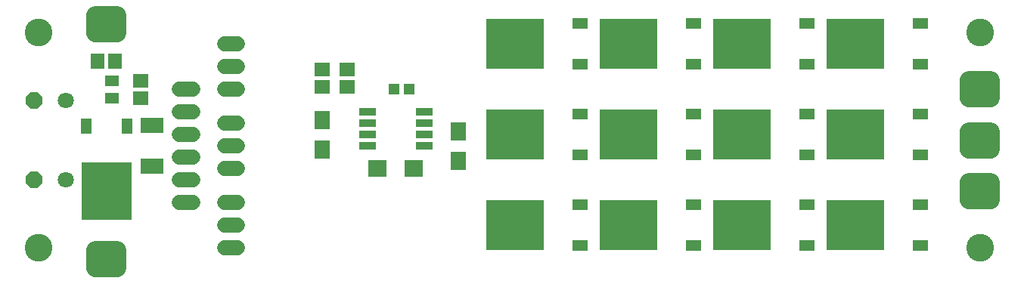
<source format=gbs>
G75*
%MOIN*%
%OFA0B0*%
%FSLAX25Y25*%
%IPPOS*%
%LPD*%
%AMOC8*
5,1,8,0,0,1.08239X$1,22.5*
%
%ADD10C,0.12217*%
%ADD11C,0.07900*%
%ADD12OC8,0.07100*%
%ADD13C,0.07100*%
%ADD14R,0.06312X0.05131*%
%ADD15R,0.07099X0.08280*%
%ADD16R,0.10249X0.06706*%
%ADD17R,0.07887X0.07493*%
%ADD18R,0.25209X0.22060*%
%ADD19R,0.07099X0.04737*%
%ADD20R,0.07200X0.03200*%
%ADD21R,0.22060X0.25209*%
%ADD22R,0.04737X0.07099*%
%ADD23R,0.06706X0.05918*%
%ADD24R,0.04737X0.05131*%
%ADD25R,0.05918X0.06706*%
%ADD26C,0.06737*%
%ADD27C,0.06800*%
D10*
X0021800Y0036800D03*
X0021800Y0131800D03*
X0436800Y0131800D03*
X0436800Y0036800D03*
D11*
X0056750Y0035750D02*
X0046850Y0035750D01*
X0056750Y0035750D02*
X0056750Y0027850D01*
X0046850Y0027850D01*
X0046850Y0035750D01*
X0046850Y0035749D02*
X0056750Y0035749D01*
X0056750Y0139500D02*
X0046850Y0139500D01*
X0056750Y0139500D02*
X0056750Y0131600D01*
X0046850Y0131600D01*
X0046850Y0139500D01*
X0046850Y0139499D02*
X0056750Y0139499D01*
X0431850Y0102850D02*
X0441750Y0102850D01*
X0431850Y0102850D02*
X0431850Y0110750D01*
X0441750Y0110750D01*
X0441750Y0102850D01*
X0441750Y0110749D02*
X0431850Y0110749D01*
X0431850Y0080350D02*
X0441750Y0080350D01*
X0431850Y0080350D02*
X0431850Y0088250D01*
X0441750Y0088250D01*
X0441750Y0080350D01*
X0441750Y0088249D02*
X0431850Y0088249D01*
X0431850Y0057850D02*
X0441750Y0057850D01*
X0431850Y0057850D02*
X0431850Y0065750D01*
X0441750Y0065750D01*
X0441750Y0057850D01*
X0441750Y0065749D02*
X0431850Y0065749D01*
D12*
X0019800Y0066800D03*
X0019800Y0101800D03*
D13*
X0033800Y0101800D03*
X0033800Y0066800D03*
D14*
X0054300Y0102863D03*
X0054300Y0110737D03*
D15*
X0146800Y0093296D03*
X0146800Y0080304D03*
X0206800Y0075304D03*
X0206800Y0088296D03*
D16*
X0071800Y0090855D03*
X0071800Y0072745D03*
D17*
X0171229Y0071800D03*
X0187371Y0071800D03*
D18*
X0231957Y0086800D03*
X0281957Y0086800D03*
X0331957Y0086800D03*
X0381957Y0086800D03*
X0381957Y0046800D03*
X0331957Y0046800D03*
X0281957Y0046800D03*
X0231957Y0046800D03*
X0231957Y0126800D03*
X0281957Y0126800D03*
X0331957Y0126800D03*
X0381957Y0126800D03*
D19*
X0360698Y0117824D03*
X0360698Y0135776D03*
X0410698Y0135776D03*
X0410698Y0117824D03*
X0410698Y0095776D03*
X0410698Y0077824D03*
X0360698Y0077824D03*
X0360698Y0095776D03*
X0310698Y0095776D03*
X0310698Y0077824D03*
X0260698Y0077824D03*
X0260698Y0095776D03*
X0260698Y0117824D03*
X0260698Y0135776D03*
X0310698Y0135776D03*
X0310698Y0117824D03*
X0310698Y0055776D03*
X0360698Y0055776D03*
X0410698Y0055776D03*
X0410698Y0037824D03*
X0360698Y0037824D03*
X0310698Y0037824D03*
X0260698Y0037824D03*
X0260698Y0055776D03*
D20*
X0191800Y0081800D03*
X0191800Y0086800D03*
X0191800Y0091800D03*
X0191800Y0096800D03*
X0166800Y0096800D03*
X0166800Y0091800D03*
X0166800Y0086800D03*
X0166800Y0081800D03*
D21*
X0051800Y0061957D03*
D22*
X0042824Y0090698D03*
X0060776Y0090698D03*
D23*
X0066800Y0102954D03*
X0066800Y0110646D03*
X0146800Y0107954D03*
X0158050Y0107954D03*
X0158050Y0115646D03*
X0146800Y0115646D03*
D24*
X0178454Y0106800D03*
X0185146Y0106800D03*
D25*
X0055646Y0119300D03*
X0047954Y0119300D03*
D26*
X0103831Y0116800D02*
X0109769Y0116800D01*
X0109769Y0106800D02*
X0103831Y0106800D01*
X0103831Y0091800D02*
X0109769Y0091800D01*
X0109769Y0081800D02*
X0103831Y0081800D01*
X0103831Y0071800D02*
X0109769Y0071800D01*
X0109769Y0056800D02*
X0103831Y0056800D01*
X0103831Y0046800D02*
X0109769Y0046800D01*
X0109769Y0036800D02*
X0103831Y0036800D01*
X0103831Y0126800D02*
X0109769Y0126800D01*
D27*
X0089800Y0106800D02*
X0083800Y0106800D01*
X0083800Y0096800D02*
X0089800Y0096800D01*
X0089800Y0086800D02*
X0083800Y0086800D01*
X0083800Y0076800D02*
X0089800Y0076800D01*
X0089800Y0066800D02*
X0083800Y0066800D01*
X0083800Y0056800D02*
X0089800Y0056800D01*
M02*

</source>
